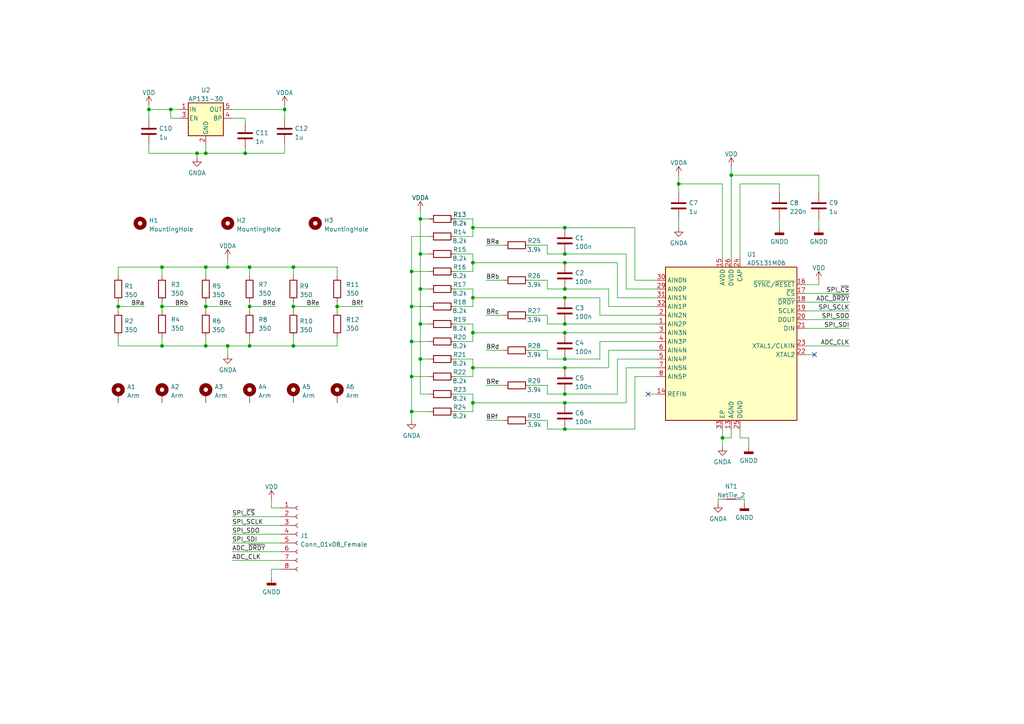
<source format=kicad_sch>
(kicad_sch (version 20211123) (generator eeschema)
  (paper "A4")
  (title_block (title "Haptick Prototype Base") (date "2023-01-13") (rev "1.1.0"))
  (lib_symbols
    (symbol "Connector:Conn_01x08_Female" (pin_names (offset 1.016) hide)
      (property "Reference" "J" (at 0 10.16 0))
      (property "Value" "Conn_01x08_Female" (at 0 -12.7 0))
      (symbol "Conn_01x08_Female_1_1"
        (arc (start 0 -9.652) (mid -0.508 -10.16) (end 0 -10.668) (stroke (width 0.1524)))
        (arc (start 0 -7.112) (mid -0.508 -7.62) (end 0 -8.128) (stroke (width 0.1524)))
        (arc (start 0 -4.572) (mid -0.508 -5.08) (end 0 -5.588) (stroke (width 0.1524)))
        (arc (start 0 -2.032) (mid -0.508 -2.54) (end 0 -3.048) (stroke (width 0.1524)))
        (polyline (pts (xy -1.27 -10.16) (xy -0.508 -10.16)) (stroke (width 0.1524)))
        (polyline (pts (xy -1.27 -7.62) (xy -0.508 -7.62)) (stroke (width 0.1524)))
        (polyline (pts (xy -1.27 -5.08) (xy -0.508 -5.08)) (stroke (width 0.1524)))
        (polyline (pts (xy -1.27 -2.54) (xy -0.508 -2.54)) (stroke (width 0.1524)))
        (polyline (pts (xy -1.27 0) (xy -0.508 0)) (stroke (width 0.1524)))
        (polyline (pts (xy -1.27 2.54) (xy -0.508 2.54)) (stroke (width 0.1524)))
        (polyline (pts (xy -1.27 5.08) (xy -0.508 5.08)) (stroke (width 0.1524)))
        (polyline (pts (xy -1.27 7.62) (xy -0.508 7.62)) (stroke (width 0.1524)))
        (arc (start 0 0.508) (mid -0.508 0) (end 0 -0.508) (stroke (width 0.1524)))
        (arc (start 0 3.048) (mid -0.508 2.54) (end 0 2.032) (stroke (width 0.1524)))
        (arc (start 0 5.588) (mid -0.508 5.08) (end 0 4.572) (stroke (width 0.1524)))
        (arc (start 0 8.128) (mid -0.508 7.62) (end 0 7.112) (stroke (width 0.1524)))
        (pin passive line (at -5.08 7.62 0) (length 3.81) (name "Pin_1") (number "1"))
        (pin passive line (at -5.08 5.08 0) (length 3.81) (name "Pin_2") (number "2"))
        (pin passive line (at -5.08 2.54 0) (length 3.81) (name "Pin_3") (number "3"))
        (pin passive line (at -5.08 0 0) (length 3.81) (name "Pin_4") (number "4"))
        (pin passive line (at -5.08 -2.54 0) (length 3.81) (name "Pin_5") (number "5"))
        (pin passive line (at -5.08 -5.08 0) (length 3.81) (name "Pin_6") (number "6"))
        (pin passive line (at -5.08 -7.62 0) (length 3.81) (name "Pin_7") (number "7"))
        (pin passive line (at -5.08 -10.16 0) (length 3.81) (name "Pin_8") (number "8"))
      )
    )
    (symbol "Device:C" (pin_numbers hide) (pin_names (offset 0.254))
      (property "Reference" "C" (at 0.635 2.54 0))
      (property "Value" "C" (at 0.635 -2.54 0))
      (symbol "C_0_1"
        (polyline (pts (xy -2.032 -0.762) (xy 2.032 -0.762)) (stroke (width 0.508)))
        (polyline (pts (xy -2.032 0.762) (xy 2.032 0.762)) (stroke (width 0.508)))
      )
      (symbol "C_1_1"
        (pin passive line (at 0 3.81 270) (length 2.794) (name "~") (number "1"))
        (pin passive line (at 0 -3.81 90) (length 2.794) (name "~") (number "2"))
      )
    )
    (symbol "Device:NetTie_2" (pin_numbers hide) (pin_names (offset 0) hide)
      (property "Reference" "NT" (at 0 1.27 0))
      (property "Value" "NetTie_2" (at 0 -1.27 0))
      (symbol "NetTie_2_0_1"
        (polyline (pts (xy -1.27 0) (xy 1.27 0)) (stroke (width 0.254)))
      )
      (symbol "NetTie_2_1_1"
        (pin passive line (at -2.54 0 0) (length 2.54) (name "1") (number "1"))
        (pin passive line (at 2.54 0 180) (length 2.54) (name "2") (number "2"))
      )
    )
    (symbol "Device:R" (pin_numbers hide) (pin_names (offset 0))
      (property "Reference" "R" (at 2.032 0 90))
      (property "Value" "R" (at 0 0 90))
      (symbol "R_0_1"
        (rectangle (start -1.016 -2.54) (end 1.016 2.54) (stroke (width 0.254)))
      )
      (symbol "R_1_1"
        (pin passive line (at 0 3.81 270) (length 1.27) (name "~") (number "1"))
        (pin passive line (at 0 -3.81 90) (length 1.27) (name "~") (number "2"))
      )
    )
    (symbol "Mechanical:MountingHole" (pin_names (offset 1.016))
      (property "Reference" "H" (at 0 5.08 0))
      (property "Value" "MountingHole" (at 0 3.175 0))
      (symbol "MountingHole_0_1"
        (circle (center 0 0) (radius 1.27) (stroke (width 1.27)))
      )
    )
    (symbol "Mechanical:MountingHole_Pad" (pin_numbers hide) (pin_names (offset 1.016) hide)
      (property "Reference" "H" (at 0 6.35 0))
      (property "Value" "MountingHole_Pad" (at 0 4.445 0))
      (symbol "MountingHole_Pad_0_1"
        (circle (center 0 1.27) (radius 1.27) (stroke (width 1.27)))
      )
      (symbol "MountingHole_Pad_1_1"
        (pin input line (at 0 -2.54 90) (length 2.54) (name "1") (number "1"))
      )
    )
    (symbol "Regulator_Linear:AP131-30" (pin_names (offset 0.254))
      (property "Reference" "U" (at -3.81 5.715 0))
      (property "Value" "AP131-30" (at 0 5.715 0))
      (symbol "AP131-30_0_1"
        (rectangle (start -5.08 4.445) (end 5.08 -5.08) (stroke (width 0.254)) (fill (type background)))
      )
      (symbol "AP131-30_1_1"
        (pin power_in line (at -7.62 2.54 0) (length 2.54) (name "IN") (number "1"))
        (pin power_in line (at 0 -7.62 90) (length 2.54) (name "GND") (number "2"))
        (pin input line (at -7.62 0 0) (length 2.54) (name "EN") (number "3"))
        (pin input line (at 7.62 0 180) (length 2.54) (name "BP") (number "4"))
        (pin power_out line (at 7.62 2.54 180) (length 2.54) (name "OUT") (number "5"))
      )
    )
    (symbol "power:GNDA" (power) (pin_names (offset 0))
      (property "Value" "GNDA" (at 0 -3.81 0))
      (symbol "GNDA_0_1"
        (polyline (pts (xy 0 0) (xy 0 -1.27) (xy 1.27 -1.27) (xy 0 -2.54) (xy -1.27 -1.27) (xy 0 -1.27)))
      )
      (symbol "GNDA_1_1"
        (pin power_in line (at 0 0 270) (length 0) hide (name "GNDA") (number "1"))
      )
    )
    (symbol "power:GNDD" (power) (pin_names (offset 0))
      (property "Value" "GNDD" (at 0 -3.175 0))
      (symbol "GNDD_0_1"
        (rectangle (start -1.27 -1.524) (end 1.27 -2.032) (stroke (width 0.254)) (fill (type outline)))
        (polyline (pts (xy 0 0) (xy 0 -1.524)))
      )
      (symbol "GNDD_1_1"
        (pin power_in line (at 0 0 270) (length 0) hide (name "GNDD") (number "1"))
      )
    )
    (symbol "power:VDD" (power) (pin_names (offset 0))
      (property "Value" "VDD" (at 0 3.81 0))
      (symbol "VDD_0_1"
        (polyline (pts (xy -0.762 1.27) (xy 0 2.54)))
        (polyline (pts (xy 0 0) (xy 0 2.54)))
        (polyline (pts (xy 0 2.54) (xy 0.762 1.27)))
      )
      (symbol "VDD_1_1"
        (pin power_in line (at 0 0 90) (length 0) hide (name "VDD") (number "1"))
      )
    )
    (symbol "power:VDDA" (power) (pin_names (offset 0))
      (property "Value" "VDDA" (at 0 3.81 0))
      (symbol "VDDA_0_1"
        (polyline (pts (xy -0.762 1.27) (xy 0 2.54)))
        (polyline (pts (xy 0 0) (xy 0 2.54)))
        (polyline (pts (xy 0 2.54) (xy 0.762 1.27)))
      )
      (symbol "VDDA_1_1"
        (pin power_in line (at 0 0 90) (length 0) hide (name "VDDA") (number "1"))
      )
    )
    (symbol "proto:ADS131M06"
      (property "Reference" "U?" (at 0 8.89 0))
      (property "Value" "ADS131M06" (at 0 6.35 0))
      (symbol "ADS131M06_0_1"
        (rectangle (start -19.05 21.59) (end 19.05 -22.86) (stroke (width 0.254)) (fill (type background)))
      )
      (symbol "ADS131M06_1_1"
        (pin input line (at -21.59 5.08 0) (length 2.54) (name "AIN2P") (number "1"))
        (pin no_connect line (at 21.59 -11.43 180) (length 2.54) hide (name "NC") (number "10"))
        (pin no_connect line (at 21.59 -13.97 180) (length 2.54) hide (name "NC") (number "11"))
        (pin no_connect line (at 21.59 -16.51 180) (length 2.54) hide (name "NC") (number "12"))
        (pin power_in line (at 0 -25.4 90) (length 2.54) (name "AGND") (number "13"))
        (pin input line (at -21.59 -15.24 0) (length 2.54) (name "REFIN") (number "14"))
        (pin power_in line (at -2.54 24.13 270) (length 2.54) (name "AVDD") (number "15"))
        (pin input line (at 21.59 16.51 180) (length 2.54) (name "~{SYNC}/~{RESET}") (number "16"))
        (pin input line (at 21.59 13.97 180) (length 2.54) (name "~{CS}") (number "17"))
        (pin input line (at 21.59 11.43 180) (length 2.54) (name "~{DRDY}") (number "18"))
        (pin input line (at 21.59 8.89 180) (length 2.54) (name "SCLK") (number "19"))
        (pin input line (at -21.59 7.62 0) (length 2.54) (name "AIN2N") (number "2"))
        (pin output line (at 21.59 6.35 180) (length 2.54) (name "DOUT") (number "20"))
        (pin input line (at 21.59 3.81 180) (length 2.54) (name "DIN") (number "21"))
        (pin input line (at 21.59 -3.81 180) (length 2.54) (name "XTAL2") (number "22"))
        (pin input line (at 21.59 -1.27 180) (length 2.54) (name "XTAL1/CLKIN") (number "23"))
        (pin output line (at 2.54 24.13 270) (length 2.54) (name "CAP") (number "24"))
        (pin power_in line (at 2.54 -25.4 90) (length 2.54) (name "DGND") (number "25"))
        (pin power_in line (at 0 24.13 270) (length 2.54) (name "DVDD") (number "26"))
        (pin no_connect line (at 21.59 -19.05 180) (length 2.54) hide (name "NC") (number "27"))
        (pin passive line (at 0 -25.4 90) (length 2.54) hide (name "AGND") (number "28"))
        (pin input line (at -21.59 15.24 0) (length 2.54) (name "AIN0P") (number "29"))
        (pin input line (at -21.59 2.54 0) (length 2.54) (name "AIN3N") (number "3"))
        (pin input line (at -21.59 17.78 0) (length 2.54) (name "AIN0N") (number "30"))
        (pin input line (at -21.59 12.7 0) (length 2.54) (name "AIN1N") (number "31"))
        (pin input line (at -21.59 10.16 0) (length 2.54) (name "AIN1P") (number "32"))
        (pin passive line (at -2.54 -25.4 90) (length 2.54) (name "EP") (number "33"))
        (pin input line (at -21.59 0 0) (length 2.54) (name "AIN3P") (number "4"))
        (pin input line (at -21.59 -5.08 0) (length 2.54) (name "AIN4P") (number "5"))
        (pin input line (at -21.59 -2.54 0) (length 2.54) (name "AIN4N") (number "6"))
        (pin input line (at -21.59 -7.62 0) (length 2.54) (name "AIN5N") (number "7"))
        (pin input line (at -21.59 -10.16 0) (length 2.54) (name "AIN5P") (number "8"))
        (pin no_connect line (at 21.59 -8.89 180) (length 2.54) hide (name "NC") (number "9"))
      )
    )
  )
  (junction (at 196.85 53.34))
  (junction (at 119.38 109.22))
  (junction (at 163.83 96.52))
  (junction (at 119.38 99.06))
  (junction (at 137.16 76.2))
  (junction (at 137.16 96.52))
  (junction (at 163.83 76.2))
  (junction (at 59.69 77.47))
  (junction (at 163.83 83.82))
  (junction (at 163.83 114.3))
  (junction (at 121.92 93.98))
  (junction (at 46.99 77.47))
  (junction (at 46.99 100.33))
  (junction (at 163.83 106.68))
  (junction (at 85.09 100.33))
  (junction (at 163.83 116.84))
  (junction (at 59.69 100.33))
  (junction (at 71.12 44.45))
  (junction (at 137.16 116.84))
  (junction (at 49.53 31.75))
  (junction (at 121.92 63.5))
  (junction (at 209.55 127))
  (junction (at 119.38 88.9))
  (junction (at 137.16 106.68))
  (junction (at 72.39 77.47))
  (junction (at 97.79 88.9))
  (junction (at 121.92 83.82))
  (junction (at 137.16 66.04))
  (junction (at 163.83 93.98))
  (junction (at 66.04 77.47))
  (junction (at 119.38 119.38))
  (junction (at 43.18 31.75))
  (junction (at 85.09 88.9))
  (junction (at 46.99 88.9))
  (junction (at 163.83 73.66))
  (junction (at 59.69 88.9))
  (junction (at 119.38 78.74))
  (junction (at 212.09 50.8))
  (junction (at 34.29 88.9))
  (junction (at 85.09 77.47))
  (junction (at 163.83 66.04))
  (junction (at 121.92 104.14))
  (junction (at 57.15 44.45))
  (junction (at 137.16 86.36))
  (junction (at 163.83 86.36))
  (junction (at 163.83 124.46))
  (junction (at 72.39 88.9))
  (junction (at 82.55 31.75))
  (junction (at 72.39 100.33))
  (junction (at 121.92 73.66))
  (junction (at 59.69 44.45))
  (junction (at 163.83 104.14))
  (junction (at 66.04 100.33))
  (no_connect (at 187.96 114.3))
  (no_connect (at 236.22 102.87))
  (wire (pts (xy 173.99 86.36) (xy 163.83 86.36)))
  (wire (pts (xy 209.55 53.34) (xy 196.85 53.34)))
  (wire (pts (xy 46.99 77.47) (xy 46.99 80.01)))
  (wire (pts (xy 119.38 99.06) (xy 124.46 99.06)))
  (wire (pts (xy 153.67 71.12) (xy 158.75 71.12)))
  (wire (pts (xy 43.18 44.45) (xy 57.15 44.45)))
  (wire (pts (xy 119.38 119.38) (xy 124.46 119.38)))
  (wire (pts (xy 214.63 74.93) (xy 214.63 53.34)))
  (wire (pts (xy 140.97 81.28) (xy 146.05 81.28)))
  (wire (pts (xy 190.5 81.28) (xy 184.15 81.28)))
  (wire (pts (xy 179.07 76.2) (xy 163.83 76.2)))
  (wire (pts (xy 121.92 83.82) (xy 124.46 83.82)))
  (wire (pts (xy 82.55 30.48) (xy 82.55 31.75)))
  (wire (pts (xy 158.75 101.6) (xy 158.75 104.14)))
  (wire (pts (xy 190.5 91.44) (xy 173.99 91.44)))
  (wire (pts (xy 78.74 165.1) (xy 78.74 167.64)))
  (wire (pts (xy 132.08 73.66) (xy 137.16 73.66)))
  (wire (pts (xy 132.08 104.14) (xy 137.16 104.14)))
  (wire (pts (xy 233.68 100.33) (xy 246.38 100.33)))
  (wire (pts (xy 72.39 97.79) (xy 72.39 100.33)))
  (wire (pts (xy 233.68 90.17) (xy 246.38 90.17)))
  (wire (pts (xy 119.38 119.38) (xy 119.38 109.22)))
  (wire (pts (xy 67.31 149.86) (xy 81.28 149.86)))
  (wire (pts (xy 137.16 63.5) (xy 137.16 66.04)))
  (wire (pts (xy 137.16 96.52) (xy 163.83 96.52)))
  (wire (pts (xy 233.68 82.55) (xy 237.49 82.55)))
  (wire (pts (xy 71.12 34.29) (xy 71.12 35.56)))
  (wire (pts (xy 46.99 88.9) (xy 46.99 90.17)))
  (wire (pts (xy 158.75 111.76) (xy 158.75 114.3)))
  (wire (pts (xy 46.99 77.47) (xy 59.69 77.47)))
  (wire (pts (xy 158.75 83.82) (xy 163.83 83.82)))
  (wire (pts (xy 158.75 81.28) (xy 158.75 83.82)))
  (wire (pts (xy 34.29 97.79) (xy 34.29 100.33)))
  (wire (pts (xy 137.16 78.74) (xy 137.16 76.2)))
  (wire (pts (xy 66.04 77.47) (xy 72.39 77.47)))
  (wire (pts (xy 119.38 121.92) (xy 119.38 119.38)))
  (wire (pts (xy 190.5 104.14) (xy 179.07 104.14)))
  (wire (pts (xy 132.08 68.58) (xy 137.16 68.58)))
  (wire (pts (xy 67.31 157.48) (xy 81.28 157.48)))
  (wire (pts (xy 59.69 97.79) (xy 59.69 100.33)))
  (wire (pts (xy 137.16 119.38) (xy 137.16 116.84)))
  (wire (pts (xy 121.92 63.5) (xy 121.92 73.66)))
  (wire (pts (xy 140.97 121.92) (xy 146.05 121.92)))
  (wire (pts (xy 85.09 88.9) (xy 92.71 88.9)))
  (wire (pts (xy 119.38 99.06) (xy 119.38 88.9)))
  (wire (pts (xy 153.67 121.92) (xy 158.75 121.92)))
  (wire (pts (xy 34.29 87.63) (xy 34.29 88.9)))
  (wire (pts (xy 121.92 73.66) (xy 121.92 83.82)))
  (wire (pts (xy 181.61 83.82) (xy 190.5 83.82)))
  (wire (pts (xy 158.75 73.66) (xy 163.83 73.66)))
  (wire (pts (xy 82.55 41.91) (xy 82.55 44.45)))
  (wire (pts (xy 181.61 116.84) (xy 181.61 106.68)))
  (wire (pts (xy 163.83 104.14) (xy 173.99 104.14)))
  (wire (pts (xy 78.74 147.32) (xy 81.28 147.32)))
  (wire (pts (xy 72.39 88.9) (xy 72.39 90.17)))
  (wire (pts (xy 163.83 83.82) (xy 176.53 83.82)))
  (wire (pts (xy 71.12 43.18) (xy 71.12 44.45)))
  (wire (pts (xy 158.75 121.92) (xy 158.75 124.46)))
  (wire (pts (xy 67.31 152.4) (xy 81.28 152.4)))
  (wire (pts (xy 215.9 144.78) (xy 215.9 146.05)))
  (wire (pts (xy 34.29 88.9) (xy 34.29 90.17)))
  (wire (pts (xy 137.16 66.04) (xy 163.83 66.04)))
  (wire (pts (xy 226.06 53.34) (xy 226.06 55.88)))
  (wire (pts (xy 137.16 116.84) (xy 163.83 116.84)))
  (wire (pts (xy 190.5 86.36) (xy 179.07 86.36)))
  (wire (pts (xy 184.15 66.04) (xy 163.83 66.04)))
  (wire (pts (xy 137.16 73.66) (xy 137.16 76.2)))
  (wire (pts (xy 137.16 76.2) (xy 163.83 76.2)))
  (wire (pts (xy 208.28 144.78) (xy 209.55 144.78)))
  (wire (pts (xy 209.55 127) (xy 212.09 127)))
  (wire (pts (xy 46.99 97.79) (xy 46.99 100.33)))
  (wire (pts (xy 59.69 77.47) (xy 59.69 80.01)))
  (wire (pts (xy 140.97 101.6) (xy 146.05 101.6)))
  (wire (pts (xy 158.75 114.3) (xy 163.83 114.3)))
  (wire (pts (xy 153.67 91.44) (xy 158.75 91.44)))
  (wire (pts (xy 46.99 88.9) (xy 54.61 88.9)))
  (wire (pts (xy 158.75 104.14) (xy 163.83 104.14)))
  (wire (pts (xy 179.07 104.14) (xy 179.07 114.3)))
  (wire (pts (xy 176.53 101.6) (xy 190.5 101.6)))
  (wire (pts (xy 119.38 88.9) (xy 124.46 88.9)))
  (wire (pts (xy 208.28 146.05) (xy 208.28 144.78)))
  (wire (pts (xy 119.38 78.74) (xy 124.46 78.74)))
  (wire (pts (xy 121.92 63.5) (xy 124.46 63.5)))
  (wire (pts (xy 85.09 100.33) (xy 97.79 100.33)))
  (wire (pts (xy 137.16 99.06) (xy 137.16 96.52)))
  (wire (pts (xy 72.39 87.63) (xy 72.39 88.9)))
  (wire (pts (xy 97.79 88.9) (xy 97.79 90.17)))
  (wire (pts (xy 179.07 114.3) (xy 163.83 114.3)))
  (wire (pts (xy 132.08 109.22) (xy 137.16 109.22)))
  (wire (pts (xy 59.69 77.47) (xy 66.04 77.47)))
  (wire (pts (xy 119.38 109.22) (xy 119.38 99.06)))
  (wire (pts (xy 137.16 68.58) (xy 137.16 66.04)))
  (wire (pts (xy 190.5 109.22) (xy 184.15 109.22)))
  (wire (pts (xy 49.53 34.29) (xy 49.53 31.75)))
  (wire (pts (xy 196.85 63.5) (xy 196.85 66.04)))
  (wire (pts (xy 43.18 30.48) (xy 43.18 31.75)))
  (wire (pts (xy 119.38 88.9) (xy 119.38 78.74)))
  (wire (pts (xy 119.38 78.74) (xy 119.38 68.58)))
  (wire (pts (xy 46.99 87.63) (xy 46.99 88.9)))
  (wire (pts (xy 59.69 87.63) (xy 59.69 88.9)))
  (wire (pts (xy 137.16 86.36) (xy 163.83 86.36)))
  (wire (pts (xy 132.08 83.82) (xy 137.16 83.82)))
  (wire (pts (xy 137.16 109.22) (xy 137.16 106.68)))
  (wire (pts (xy 137.16 114.3) (xy 137.16 116.84)))
  (wire (pts (xy 140.97 91.44) (xy 146.05 91.44)))
  (wire (pts (xy 121.92 104.14) (xy 124.46 104.14)))
  (wire (pts (xy 85.09 88.9) (xy 85.09 90.17)))
  (wire (pts (xy 121.92 93.98) (xy 121.92 104.14)))
  (wire (pts (xy 34.29 88.9) (xy 41.91 88.9)))
  (wire (pts (xy 132.08 78.74) (xy 137.16 78.74)))
  (wire (pts (xy 214.63 53.34) (xy 226.06 53.34)))
  (wire (pts (xy 34.29 100.33) (xy 46.99 100.33)))
  (wire (pts (xy 132.08 93.98) (xy 137.16 93.98)))
  (wire (pts (xy 52.07 31.75) (xy 49.53 31.75)))
  (wire (pts (xy 67.31 162.56) (xy 81.28 162.56)))
  (wire (pts (xy 233.68 87.63) (xy 246.38 87.63)))
  (wire (pts (xy 233.68 102.87) (xy 236.22 102.87)))
  (wire (pts (xy 121.92 73.66) (xy 124.46 73.66)))
  (wire (pts (xy 214.63 127) (xy 217.17 127)))
  (wire (pts (xy 233.68 95.25) (xy 246.38 95.25)))
  (wire (pts (xy 140.97 71.12) (xy 146.05 71.12)))
  (wire (pts (xy 97.79 88.9) (xy 105.41 88.9)))
  (wire (pts (xy 85.09 87.63) (xy 85.09 88.9)))
  (wire (pts (xy 85.09 77.47) (xy 85.09 80.01)))
  (wire (pts (xy 212.09 50.8) (xy 237.49 50.8)))
  (wire (pts (xy 81.28 165.1) (xy 78.74 165.1)))
  (wire (pts (xy 212.09 124.46) (xy 212.09 127)))
  (wire (pts (xy 67.31 34.29) (xy 71.12 34.29)))
  (wire (pts (xy 153.67 101.6) (xy 158.75 101.6)))
  (wire (pts (xy 212.09 48.26) (xy 212.09 50.8)))
  (wire (pts (xy 57.15 44.45) (xy 57.15 45.72)))
  (wire (pts (xy 209.55 129.54) (xy 209.55 127)))
  (wire (pts (xy 85.09 97.79) (xy 85.09 100.33)))
  (wire (pts (xy 46.99 100.33) (xy 59.69 100.33)))
  (wire (pts (xy 72.39 77.47) (xy 85.09 77.47)))
  (wire (pts (xy 121.92 114.3) (xy 124.46 114.3)))
  (wire (pts (xy 158.75 124.46) (xy 163.83 124.46)))
  (wire (pts (xy 121.92 60.96) (xy 121.92 63.5)))
  (wire (pts (xy 158.75 91.44) (xy 158.75 93.98)))
  (wire (pts (xy 158.75 71.12) (xy 158.75 73.66)))
  (wire (pts (xy 237.49 50.8) (xy 237.49 55.88)))
  (wire (pts (xy 67.31 160.02) (xy 81.28 160.02)))
  (wire (pts (xy 85.09 77.47) (xy 97.79 77.47)))
  (wire (pts (xy 187.96 114.3) (xy 190.5 114.3)))
  (wire (pts (xy 71.12 44.45) (xy 82.55 44.45)))
  (wire (pts (xy 66.04 100.33) (xy 66.04 102.87)))
  (wire (pts (xy 72.39 88.9) (xy 80.01 88.9)))
  (wire (pts (xy 119.38 68.58) (xy 124.46 68.58)))
  (wire (pts (xy 184.15 124.46) (xy 163.83 124.46)))
  (wire (pts (xy 121.92 104.14) (xy 121.92 114.3)))
  (wire (pts (xy 59.69 88.9) (xy 59.69 90.17)))
  (wire (pts (xy 237.49 82.55) (xy 237.49 81.28)))
  (wire (pts (xy 179.07 86.36) (xy 179.07 76.2)))
  (wire (pts (xy 163.83 93.98) (xy 190.5 93.98)))
  (wire (pts (xy 153.67 111.76) (xy 158.75 111.76)))
  (wire (pts (xy 57.15 44.45) (xy 59.69 44.45)))
  (wire (pts (xy 43.18 31.75) (xy 43.18 34.29)))
  (wire (pts (xy 132.08 63.5) (xy 137.16 63.5)))
  (wire (pts (xy 59.69 100.33) (xy 66.04 100.33)))
  (wire (pts (xy 82.55 31.75) (xy 82.55 34.29)))
  (wire (pts (xy 97.79 100.33) (xy 97.79 97.79)))
  (wire (pts (xy 78.74 144.78) (xy 78.74 147.32)))
  (wire (pts (xy 121.92 83.82) (xy 121.92 93.98)))
  (wire (pts (xy 137.16 83.82) (xy 137.16 86.36)))
  (wire (pts (xy 163.83 73.66) (xy 181.61 73.66)))
  (wire (pts (xy 66.04 74.93) (xy 66.04 77.47)))
  (wire (pts (xy 184.15 81.28) (xy 184.15 66.04)))
  (wire (pts (xy 217.17 127) (xy 217.17 129.54)))
  (wire (pts (xy 190.5 99.06) (xy 173.99 99.06)))
  (wire (pts (xy 137.16 104.14) (xy 137.16 106.68)))
  (wire (pts (xy 97.79 77.47) (xy 97.79 80.01)))
  (wire (pts (xy 67.31 154.94) (xy 81.28 154.94)))
  (wire (pts (xy 163.83 116.84) (xy 181.61 116.84)))
  (wire (pts (xy 184.15 109.22) (xy 184.15 124.46)))
  (wire (pts (xy 66.04 100.33) (xy 72.39 100.33)))
  (wire (pts (xy 163.83 96.52) (xy 190.5 96.52)))
  (wire (pts (xy 132.08 119.38) (xy 137.16 119.38)))
  (wire (pts (xy 214.63 144.78) (xy 215.9 144.78)))
  (wire (pts (xy 137.16 88.9) (xy 137.16 86.36)))
  (wire (pts (xy 52.07 34.29) (xy 49.53 34.29)))
  (wire (pts (xy 196.85 53.34) (xy 196.85 55.88)))
  (wire (pts (xy 237.49 63.5) (xy 237.49 66.04)))
  (wire (pts (xy 158.75 93.98) (xy 163.83 93.98)))
  (wire (pts (xy 176.53 88.9) (xy 190.5 88.9)))
  (wire (pts (xy 173.99 91.44) (xy 173.99 86.36)))
  (wire (pts (xy 34.29 77.47) (xy 46.99 77.47)))
  (wire (pts (xy 153.67 81.28) (xy 158.75 81.28)))
  (wire (pts (xy 97.79 87.63) (xy 97.79 88.9)))
  (wire (pts (xy 176.53 106.68) (xy 176.53 101.6)))
  (wire (pts (xy 49.53 31.75) (xy 43.18 31.75)))
  (wire (pts (xy 181.61 73.66) (xy 181.61 83.82)))
  (wire (pts (xy 67.31 31.75) (xy 82.55 31.75)))
  (wire (pts (xy 176.53 83.82) (xy 176.53 88.9)))
  (wire (pts (xy 173.99 99.06) (xy 173.99 104.14)))
  (wire (pts (xy 209.55 74.93) (xy 209.55 53.34)))
  (wire (pts (xy 43.18 41.91) (xy 43.18 44.45)))
  (wire (pts (xy 137.16 106.68) (xy 163.83 106.68)))
  (wire (pts (xy 137.16 93.98) (xy 137.16 96.52)))
  (wire (pts (xy 196.85 50.8) (xy 196.85 53.34)))
  (wire (pts (xy 233.68 85.09) (xy 246.38 85.09)))
  (wire (pts (xy 59.69 88.9) (xy 67.31 88.9)))
  (wire (pts (xy 34.29 80.01) (xy 34.29 77.47)))
  (wire (pts (xy 121.92 93.98) (xy 124.46 93.98)))
  (wire (pts (xy 59.69 41.91) (xy 59.69 44.45)))
  (wire (pts (xy 59.69 44.45) (xy 71.12 44.45)))
  (wire (pts (xy 226.06 63.5) (xy 226.06 66.04)))
  (wire (pts (xy 72.39 77.47) (xy 72.39 80.01)))
  (wire (pts (xy 119.38 109.22) (xy 124.46 109.22)))
  (wire (pts (xy 72.39 100.33) (xy 85.09 100.33)))
  (wire (pts (xy 163.83 106.68) (xy 176.53 106.68)))
  (wire (pts (xy 140.97 111.76) (xy 146.05 111.76)))
  (wire (pts (xy 132.08 88.9) (xy 137.16 88.9)))
  (wire (pts (xy 181.61 106.68) (xy 190.5 106.68)))
  (wire (pts (xy 132.08 99.06) (xy 137.16 99.06)))
  (wire (pts (xy 214.63 124.46) (xy 214.63 127)))
  (wire (pts (xy 132.08 114.3) (xy 137.16 114.3)))
  (wire (pts (xy 212.09 74.93) (xy 212.09 50.8)))
  (wire (pts (xy 209.55 124.46) (xy 209.55 127)))
  (wire (pts (xy 233.68 92.71) (xy 246.38 92.71)))
  (label "BRf" (at 105.41 88.9 180))
  (label "BRc" (at 67.31 88.9 180))
  (label "BRa" (at 41.91 88.9 180))
  (label "ADC_CLK" (at 67.31 162.56 0))
  (label "SPI_SCLK" (at 67.31 152.4 0))
  (label "BRe" (at 140.97 111.76 0))
  (label "SPI_SDI" (at 246.38 95.25 180))
  (label "SPI_SCLK" (at 246.38 90.17 180))
  (label "SPI_SDO" (at 246.38 92.71 180))
  (label "ADC_CLK" (at 246.38 100.33 180))
  (label "BRd" (at 80.01 88.9 180))
  (label "BRa" (at 140.97 71.12 0))
  (label "SPI_SDI" (at 67.31 157.48 0))
  (label "SPI_~{CS}" (at 246.38 85.09 180))
  (label "BRc" (at 140.97 91.44 0))
  (label "SPI_~{CS}" (at 67.31 149.86 0))
  (label "SPI_SDO" (at 67.31 154.94 0))
  (label "BRb" (at 140.97 81.28 0))
  (label "ADC_~{DRDY}" (at 246.38 87.63 180))
  (label "BRd" (at 140.97 101.6 0))
  (label "BRb" (at 54.61 88.9 180))
  (label "BRe" (at 92.71 88.9 180))
  (label "BRf" (at 140.97 121.92 0))
  (label "ADC_~{DRDY}" (at 67.31 160.02 0))
  (symbol (lib_id "Device:R") (at 128.27 99.06 90) (unit 1)
    (property "Reference" "R20" (at 133.35 97.79 90))
    (property "Value" "8.2k" (at 133.35 100.33 90))
    (property "Footprint" "Resistor_SMD:R_0603_1608Metric_Pad0.98x0.95mm_HandSolder" (effects hide))
    (property "Manufacturer" "YAGEO" (effects hide))
    (property "Part Number" "RT0603DRD078K2L" (effects hide))
  )
  (symbol (lib_id "Mechanical:MountingHole") (at 66.04 64.77 0) (unit 1) (in_bom no)
    (property "Reference" "H2" (at 68.58 63.9353 0) (effects (justify left)))
    (property "Value" "MountingHole" (at 68.58 66.4722 0) (effects (justify left)))
    (property "Footprint" "MountingHole:MountingHole_3.2mm_M3" (effects hide))
  )
  (symbol (lib_id "Device:C") (at 82.55 38.1 0) (unit 1)
    (property "Reference" "C12" (at 85.471 37.2653 0) (effects (justify left)))
    (property "Value" "1u" (at 85.471 39.8022 0) (effects (justify left)))
    (property "Footprint" "Capacitor_SMD:C_0603_1608Metric_Pad1.08x0.95mm_HandSolder" (effects hide))
    (property "Manufacturer" "Samsung Electro-Mechanics" (effects hide))
    (property "Part Number" "CL10B105KA8NNNL" (effects hide))
  )
  (symbol (lib_id "power:GNDA") (at 119.38 121.92 0) (unit 1)
    (property "Reference" "#PWR02" (effects hide))
    (property "Value" "GNDA" (at 119.38 126.3634 0))
  )
  (symbol (lib_id "power:VDD") (at 78.74 144.78 0) (unit 1)
    (property "Reference" "#PWR012" (effects hide))
    (property "Value" "VDD" (at 78.74 141.2042 0))
  )
  (symbol (lib_id "power:GNDD") (at 226.06 66.04 0) (unit 1)
    (property "Reference" "#PWR0104" (effects hide))
    (property "Value" "GNDD" (at 226.06 70.1024 0))
  )
  (symbol (lib_id "power:GNDD") (at 217.17 129.54 0) (unit 1)
    (property "Reference" "#PWR0103" (effects hide))
    (property "Value" "GNDD" (at 217.17 133.6024 0))
  )
  (symbol (lib_id "power:GNDD") (at 78.74 167.64 0) (unit 1)
    (property "Reference" "#PWR013" (effects hide))
    (property "Value" "GNDD" (at 78.74 171.7024 0))
  )
  (symbol (lib_id "Device:R") (at 72.39 93.98 180) (unit 1)
    (property "Reference" "R8" (at 74.93 92.7099 0) (effects (justify right)))
    (property "Value" "350" (at 74.93 95.2499 0) (effects (justify right)))
    (property "Footprint" "proto:StrainGauge_BF350-3AA" (effects hide))
    (property "Part Number" "BF350-AA" (effects hide))
  )
  (symbol (lib_id "Mechanical:MountingHole_Pad") (at 72.39 114.3 0) (unit 1) (in_bom no)
    (property "Reference" "A4" (at 74.93 112.1953 0) (effects (justify left)))
    (property "Value" "Arm" (at 74.93 114.7322 0) (effects (justify left)))
    (property "Footprint" "proto:ArmPad" (effects hide))
  )
  (symbol (lib_id "Device:C") (at 163.83 69.85 0) (unit 1)
    (property "Reference" "C1" (at 166.751 69.0153 0) (effects (justify left)))
    (property "Value" "100n" (at 166.751 71.5522 0) (effects (justify left)))
    (property "Footprint" "Capacitor_SMD:C_0603_1608Metric_Pad1.08x0.95mm_HandSolder" (effects hide))
    (property "Manufacturer" "Samsung Electro-Mechanics" (effects hide))
    (property "Part Number" "CL10B104KB8WPNC" (effects hide))
  )
  (symbol (lib_id "power:GNDA") (at 196.85 66.04 0) (unit 1)
    (property "Reference" "#PWR0106" (effects hide))
    (property "Value" "GNDA" (at 196.85 70.4834 0))
  )
  (symbol (lib_id "power:GNDA") (at 66.04 102.87 0) (unit 1)
    (property "Reference" "#PWR01" (effects hide))
    (property "Value" "GNDA" (at 66.04 107.3134 0))
  )
  (symbol (lib_id "Device:R") (at 128.27 93.98 90) (unit 1)
    (property "Reference" "R19" (at 133.35 92.71 90))
    (property "Value" "8.2k" (at 133.35 95.25 90))
    (property "Footprint" "Resistor_SMD:R_0603_1608Metric_Pad0.98x0.95mm_HandSolder" (effects hide))
    (property "Manufacturer" "YAGEO" (effects hide))
    (property "Part Number" "RT0603DRD078K2L" (effects hide))
  )
  (symbol (lib_id "power:VDD") (at 237.49 81.28 0) (unit 1)
    (property "Reference" "#PWR014" (effects hide))
    (property "Value" "VDD" (at 237.49 77.7042 0))
  )
  (symbol (lib_id "Device:R") (at 128.27 114.3 90) (unit 1)
    (property "Reference" "R23" (at 133.35 113.03 90))
    (property "Value" "8.2k" (at 133.35 115.57 90))
    (property "Footprint" "Resistor_SMD:R_0603_1608Metric_Pad0.98x0.95mm_HandSolder" (effects hide))
    (property "Manufacturer" "YAGEO" (effects hide))
    (property "Part Number" "RT0603DRD078K2L" (effects hide))
  )
  (symbol (lib_id "Device:R") (at 128.27 73.66 90) (unit 1)
    (property "Reference" "R15" (at 133.35 72.39 90))
    (property "Value" "8.2k" (at 133.35 74.93 90))
    (property "Footprint" "Resistor_SMD:R_0603_1608Metric_Pad0.98x0.95mm_HandSolder" (effects hide))
    (property "Manufacturer" "YAGEO" (effects hide))
    (property "Part Number" "RT0603DRD078K2L" (effects hide))
  )
  (symbol (lib_id "Device:C") (at 226.06 59.69 0) (unit 1)
    (property "Reference" "C8" (at 228.981 58.8553 0) (effects (justify left)))
    (property "Value" "220n" (at 228.981 61.3922 0) (effects (justify left)))
    (property "Footprint" "Capacitor_SMD:C_0603_1608Metric_Pad1.08x0.95mm_HandSolder" (effects hide))
    (property "Manufacturer" "Samsung Electro-Mechanics" (effects hide))
    (property "Part Number" "CL10B224KO8NFNC" (effects hide))
  )
  (symbol (lib_id "Device:R") (at 59.69 83.82 0) (unit 1)
    (property "Reference" "R5" (at 61.468 82.9853 0) (effects (justify left)))
    (property "Value" "350" (at 61.468 85.5222 0) (effects (justify left)))
    (property "Footprint" "proto:StrainGauge_BF350-3AA" (effects hide))
    (property "Part Number" "BF350-AA" (effects hide))
  )
  (symbol (lib_id "Device:C") (at 163.83 120.65 0) (unit 1)
    (property "Reference" "C6" (at 166.751 119.8153 0) (effects (justify left)))
    (property "Value" "100n" (at 166.751 122.3522 0) (effects (justify left)))
    (property "Footprint" "Capacitor_SMD:C_0603_1608Metric_Pad1.08x0.95mm_HandSolder" (effects hide))
    (property "Manufacturer" "Samsung Electro-Mechanics" (effects hide))
    (property "Part Number" "CL10B104KB8WPNC" (effects hide))
  )
  (symbol (lib_id "Device:R") (at 59.69 93.98 0) (unit 1)
    (property "Reference" "R6" (at 61.468 93.1453 0) (effects (justify left)))
    (property "Value" "350" (at 61.468 95.6822 0) (effects (justify left)))
    (property "Footprint" "proto:StrainGauge_BF350-3AA" (effects hide))
    (property "Part Number" "BF350-AA" (effects hide))
  )
  (symbol (lib_id "Device:C") (at 196.85 59.69 0) (unit 1)
    (property "Reference" "C7" (at 199.771 58.8553 0) (effects (justify left)))
    (property "Value" "1u" (at 199.771 61.3922 0) (effects (justify left)))
    (property "Footprint" "Capacitor_SMD:C_0603_1608Metric_Pad1.08x0.95mm_HandSolder" (effects hide))
    (property "Manufacturer" "Samsung Electro-Mechanics" (effects hide))
    (property "Part Number" "CL10B105KA8NNNL" (effects hide))
  )
  (symbol (lib_id "power:VDD") (at 212.09 48.26 0) (unit 1)
    (property "Reference" "#PWR0107" (effects hide))
    (property "Value" "VDD" (at 212.09 44.6842 0))
  )
  (symbol (lib_id "power:GNDD") (at 215.9 146.05 0) (unit 1)
    (property "Reference" "#PWR09" (effects hide))
    (property "Value" "GNDD" (at 215.9 150.1124 0))
  )
  (symbol (lib_id "Device:R") (at 34.29 83.82 0) (unit 1)
    (property "Reference" "R1" (at 36.068 82.9853 0) (effects (justify left)))
    (property "Value" "350" (at 36.068 85.5222 0) (effects (justify left)))
    (property "Footprint" "proto:StrainGauge_BF350-3AA" (effects hide))
    (property "Part Number" "BF350-AA" (effects hide))
  )
  (symbol (lib_id "Mechanical:MountingHole_Pad") (at 59.69 114.3 0) (unit 1) (in_bom no)
    (property "Reference" "A3" (at 62.23 112.1953 0) (effects (justify left)))
    (property "Value" "Arm" (at 62.23 114.7322 0) (effects (justify left)))
    (property "Footprint" "proto:ArmPad" (effects hide))
  )
  (symbol (lib_id "Device:R") (at 128.27 78.74 90) (unit 1)
    (property "Reference" "R16" (at 133.35 77.47 90))
    (property "Value" "8.2k" (at 133.35 80.01 90))
    (property "Footprint" "Resistor_SMD:R_0603_1608Metric_Pad0.98x0.95mm_HandSolder" (effects hide))
    (property "Manufacturer" "YAGEO" (effects hide))
    (property "Part Number" "RT0603DRD078K2L" (effects hide))
  )
  (symbol (lib_id "Device:R") (at 85.09 83.82 0) (unit 1)
    (property "Reference" "R9" (at 86.868 82.9853 0) (effects (justify left)))
    (property "Value" "350" (at 86.868 85.5222 0) (effects (justify left)))
    (property "Footprint" "proto:StrainGauge_BF350-3AA" (effects hide))
    (property "Part Number" "BF350-AA" (effects hide))
  )
  (symbol (lib_id "Mechanical:MountingHole_Pad") (at 46.99 114.3 0) (unit 1) (in_bom no)
    (property "Reference" "A2" (at 49.53 112.1953 0) (effects (justify left)))
    (property "Value" "Arm" (at 49.53 114.7322 0) (effects (justify left)))
    (property "Footprint" "proto:ArmPad" (effects hide))
  )
  (symbol (lib_id "Device:R") (at 149.86 121.92 90) (unit 1)
    (property "Reference" "R30" (at 154.94 120.65 90))
    (property "Value" "3.9k" (at 154.94 123.19 90))
    (property "Footprint" "Resistor_SMD:R_0603_1608Metric_Pad0.98x0.95mm_HandSolder" (effects hide))
    (property "Manufacturer" "YAGEO" (effects hide))
    (property "Part Number" "RT0603DRD073K9L" (effects hide))
  )
  (symbol (lib_id "Device:C") (at 237.49 59.69 0) (unit 1)
    (property "Reference" "C9" (at 240.411 58.8553 0) (effects (justify left)))
    (property "Value" "1u" (at 240.411 61.3922 0) (effects (justify left)))
    (property "Footprint" "Capacitor_SMD:C_0603_1608Metric_Pad1.08x0.95mm_HandSolder" (effects hide))
    (property "Manufacturer" "Samsung Electro-Mechanics" (effects hide))
    (property "Part Number" "CL10B105KA8NNNL" (effects hide))
  )
  (symbol (lib_id "Device:R") (at 34.29 93.98 0) (unit 1)
    (property "Reference" "R2" (at 36.068 93.1453 0) (effects (justify left)))
    (property "Value" "350" (at 36.068 95.6822 0) (effects (justify left)))
    (property "Footprint" "proto:StrainGauge_BF350-3AA" (effects hide))
    (property "Part Number" "BF350-AA" (effects hide))
  )
  (symbol (lib_id "Device:R") (at 128.27 88.9 90) (unit 1)
    (property "Reference" "R18" (at 133.35 87.63 90))
    (property "Value" "8.2k" (at 133.35 90.17 90))
    (property "Footprint" "Resistor_SMD:R_0603_1608Metric_Pad0.98x0.95mm_HandSolder" (effects hide))
    (property "Manufacturer" "YAGEO" (effects hide))
    (property "Part Number" "RT0603DRD078K2L" (effects hide))
  )
  (symbol (lib_id "Device:R") (at 128.27 109.22 90) (unit 1)
    (property "Reference" "R22" (at 133.35 107.95 90))
    (property "Value" "8.2k" (at 133.35 110.49 90))
    (property "Footprint" "Resistor_SMD:R_0603_1608Metric_Pad0.98x0.95mm_HandSolder" (effects hide))
    (property "Manufacturer" "YAGEO" (effects hide))
    (property "Part Number" "RT0603DRD078K2L" (effects hide))
  )
  (symbol (lib_id "Device:C") (at 163.83 100.33 0) (unit 1)
    (property "Reference" "C4" (at 166.751 99.4953 0) (effects (justify left)))
    (property "Value" "100n" (at 166.751 102.0322 0) (effects (justify left)))
    (property "Footprint" "Capacitor_SMD:C_0603_1608Metric_Pad1.08x0.95mm_HandSolder" (effects hide))
    (property "Manufacturer" "Samsung Electro-Mechanics" (effects hide))
    (property "Part Number" "CL10B104KB8WPNC" (effects hide))
  )
  (symbol (lib_id "Device:C") (at 163.83 80.01 0) (unit 1)
    (property "Reference" "C2" (at 166.751 79.1753 0) (effects (justify left)))
    (property "Value" "100n" (at 166.751 81.7122 0) (effects (justify left)))
    (property "Footprint" "Capacitor_SMD:C_0603_1608Metric_Pad1.08x0.95mm_HandSolder" (effects hide))
    (property "Manufacturer" "Samsung Electro-Mechanics" (effects hide))
    (property "Part Number" "CL10B104KB8WPNC" (effects hide))
  )
  (symbol (lib_id "power:GNDD") (at 237.49 66.04 0) (unit 1)
    (property "Reference" "#PWR0105" (effects hide))
    (property "Value" "GNDD" (at 237.49 70.1024 0))
  )
  (symbol (lib_id "Device:C") (at 71.12 39.37 0) (unit 1)
    (property "Reference" "C11" (at 74.041 38.5353 0) (effects (justify left)))
    (property "Value" "1n" (at 74.041 41.0722 0) (effects (justify left)))
    (property "Footprint" "Capacitor_SMD:C_0603_1608Metric_Pad1.08x0.95mm_HandSolder" (effects hide))
    (property "Manufacturer" "Samsung Electro-Mechanics" (effects hide))
    (property "Part Number" "CL10B102KB8WPNC" (effects hide))
  )
  (symbol (lib_id "power:GNDA") (at 209.55 129.54 0) (unit 1)
    (property "Reference" "#PWR0102" (effects hide))
    (property "Value" "GNDA" (at 209.55 133.9834 0))
  )
  (symbol (lib_id "Mechanical:MountingHole_Pad") (at 97.79 114.3 0) (unit 1) (in_bom no)
    (property "Reference" "A6" (at 100.33 112.1953 0) (effects (justify left)))
    (property "Value" "Arm" (at 100.33 114.7322 0) (effects (justify left)))
    (property "Footprint" "proto:ArmPad" (effects hide))
  )
  (symbol (lib_id "Device:C") (at 43.18 38.1 0) (unit 1)
    (property "Reference" "C10" (at 46.101 37.2653 0) (effects (justify left)))
    (property "Value" "1u" (at 46.101 39.8022 0) (effects (justify left)))
    (property "Footprint" "Capacitor_SMD:C_0603_1608Metric_Pad1.08x0.95mm_HandSolder" (effects hide))
    (property "Manufacturer" "Samsung Electro-Mechanics" (effects hide))
    (property "Part Number" "CL10B105KA8NNNL" (effects hide))
  )
  (symbol (lib_id "Device:R") (at 149.86 81.28 90) (unit 1)
    (property "Reference" "R26" (at 154.94 80.01 90))
    (property "Value" "3.9k" (at 154.94 82.55 90))
    (property "Footprint" "Resistor_SMD:R_0603_1608Metric_Pad0.98x0.95mm_HandSolder" (effects hide))
    (property "Manufacturer" "YAGEO" (effects hide))
    (property "Part Number" "RT0603DRD073K9L" (effects hide))
  )
  (symbol (lib_id "Device:R") (at 128.27 68.58 90) (unit 1)
    (property "Reference" "R14" (at 133.35 67.31 90))
    (property "Value" "8.2k" (at 133.35 69.85 90))
    (property "Footprint" "Resistor_SMD:R_0603_1608Metric_Pad0.98x0.95mm_HandSolder" (effects hide))
    (property "Manufacturer" "YAGEO" (effects hide))
    (property "Part Number" "RT0603DRD078K2L" (effects hide))
  )
  (symbol (lib_id "Mechanical:MountingHole_Pad") (at 34.29 114.3 0) (unit 1) (in_bom no)
    (property "Reference" "A1" (at 36.83 112.1953 0) (effects (justify left)))
    (property "Value" "Arm" (at 36.83 114.7322 0) (effects (justify left)))
    (property "Footprint" "proto:ArmPad" (effects hide))
  )
  (symbol (lib_id "Device:R") (at 97.79 83.82 180) (unit 1)
    (property "Reference" "R11" (at 100.33 82.5499 0) (effects (justify right)))
    (property "Value" "350" (at 100.33 85.0899 0) (effects (justify right)))
    (property "Footprint" "proto:StrainGauge_BF350-3AA" (effects hide))
    (property "Part Number" "BF350-AA" (effects hide))
  )
  (symbol (lib_id "Mechanical:MountingHole") (at 40.64 64.77 0) (unit 1) (in_bom no)
    (property "Reference" "H1" (at 43.18 63.9353 0) (effects (justify left)))
    (property "Value" "MountingHole" (at 43.18 66.4722 0) (effects (justify left)))
    (property "Footprint" "MountingHole:MountingHole_3.2mm_M3" (effects hide))
  )
  (symbol (lib_id "power:VDDA") (at 66.04 74.93 0) (unit 1)
    (property "Reference" "#PWR0101" (effects hide))
    (property "Value" "VDDA" (at 66.04 71.3542 0))
  )
  (symbol (lib_id "Device:R") (at 128.27 63.5 90) (unit 1)
    (property "Reference" "R13" (at 133.35 62.23 90))
    (property "Value" "8.2k" (at 133.35 64.77 90))
    (property "Footprint" "Resistor_SMD:R_0603_1608Metric_Pad0.98x0.95mm_HandSolder" (effects hide))
    (property "Manufacturer" "YAGEO" (effects hide))
    (property "Part Number" "RT0603DRD078K2L" (effects hide))
  )
  (symbol (lib_id "Device:R") (at 149.86 91.44 90) (unit 1)
    (property "Reference" "R27" (at 154.94 90.17 90))
    (property "Value" "3.9k" (at 154.94 92.71 90))
    (property "Footprint" "Resistor_SMD:R_0603_1608Metric_Pad0.98x0.95mm_HandSolder" (effects hide))
    (property "Manufacturer" "YAGEO" (effects hide))
    (property "Part Number" "RT0603DRD073K9L" (effects hide))
  )
  (symbol (lib_id "Device:R") (at 46.99 93.98 180) (unit 1)
    (property "Reference" "R4" (at 49.53 92.7099 0) (effects (justify right)))
    (property "Value" "350" (at 49.53 95.2499 0) (effects (justify right)))
    (property "Footprint" "proto:StrainGauge_BF350-3AA" (effects hide))
    (property "Part Number" "BF350-AA" (effects hide))
  )
  (symbol (lib_id "proto:ADS131M06") (at 212.09 99.06 0) (unit 1)
    (property "Reference" "U1" (at 216.6494 73.7702 0) (effects (justify left)))
    (property "Value" "ADS131M06" (at 216.6494 76.3071 0) (effects (justify left)))
    (property "Footprint" "Package_DFN_QFN:QFN-32-1EP_4x4mm_P0.4mm_EP2.9x2.9mm" (effects hide))
    (property "Datasheet" "https://www.ti.com/lit/ds/symlink/ads131m06.pdf" (effects hide))
    (property "Manufacturer" "Texas Instruments" (effects hide))
    (property "Part Number" "ADS131M06IRSNR" (effects hide))
  )
  (symbol (lib_id "Device:R") (at 128.27 119.38 90) (unit 1)
    (property "Reference" "R24" (at 133.35 118.11 90))
    (property "Value" "8.2k" (at 133.35 120.65 90))
    (property "Footprint" "Resistor_SMD:R_0603_1608Metric_Pad0.98x0.95mm_HandSolder" (effects hide))
    (property "Manufacturer" "YAGEO" (effects hide))
    (property "Part Number" "RT0603DRD078K2L" (effects hide))
  )
  (symbol (lib_id "Device:R") (at 97.79 93.98 180) (unit 1)
    (property "Reference" "R12" (at 100.33 92.7099 0) (effects (justify right)))
    (property "Value" "350" (at 100.33 95.2499 0) (effects (justify right)))
    (property "Footprint" "proto:StrainGauge_BF350-3AA" (effects hide))
    (property "Part Number" "BF350-AA" (effects hide))
  )
  (symbol (lib_id "Regulator_Linear:AP131-30") (at 59.69 34.29 0) (unit 1)
    (property "Reference" "U2" (at 59.69 26.1452 0))
    (property "Value" "AP131-30" (at 59.69 28.6821 0))
    (property "Footprint" "Package_TO_SOT_SMD:SOT-23-5" (effects hide))
    (property "Datasheet" "http://www.diodes.com/_files/datasheets/AP131.pdf" (effects hide))
    (property "Manufacturer" "Texas Instruments" (effects hide))
    (property "Part Number" "TPS7A2030PDBVR" (effects hide))
  )
  (symbol (lib_id "Device:R") (at 128.27 104.14 90) (unit 1)
    (property "Reference" "R21" (at 133.35 102.87 90))
    (property "Value" "8.2k" (at 133.35 105.41 90))
    (property "Footprint" "Resistor_SMD:R_0603_1608Metric_Pad0.98x0.95mm_HandSolder" (effects hide))
    (property "Manufacturer" "YAGEO" (effects hide))
    (property "Part Number" "RT0603DRD078K2L" (effects hide))
  )
  (symbol (lib_id "Device:C") (at 163.83 110.49 0) (unit 1)
    (property "Reference" "C5" (at 166.751 109.6553 0) (effects (justify left)))
    (property "Value" "100n" (at 166.751 112.1922 0) (effects (justify left)))
    (property "Footprint" "Capacitor_SMD:C_0603_1608Metric_Pad1.08x0.95mm_HandSolder" (effects hide))
    (property "Manufacturer" "Samsung Electro-Mechanics" (effects hide))
    (property "Part Number" "CL10B104KB8WPNC" (effects hide))
  )
  (symbol (lib_id "Device:R") (at 72.39 83.82 180) (unit 1)
    (property "Reference" "R7" (at 74.93 82.5499 0) (effects (justify right)))
    (property "Value" "350" (at 74.93 85.0899 0) (effects (justify right)))
    (property "Footprint" "proto:StrainGauge_BF350-3AA" (effects hide))
    (property "Part Number" "BF350-AA" (effects hide))
  )
  (symbol (lib_id "Device:R") (at 149.86 111.76 90) (unit 1)
    (property "Reference" "R29" (at 154.94 110.49 90))
    (property "Value" "3.9k" (at 154.94 113.03 90))
    (property "Footprint" "Resistor_SMD:R_0603_1608Metric_Pad0.98x0.95mm_HandSolder" (effects hide))
    (property "Manufacturer" "YAGEO" (effects hide))
    (property "Part Number" "RT0603DRD073K9L" (effects hide))
  )
  (symbol (lib_id "Device:C") (at 163.83 90.17 0) (unit 1)
    (property "Reference" "C3" (at 166.751 89.3353 0) (effects (justify left)))
    (property "Value" "100n" (at 166.751 91.8722 0) (effects (justify left)))
    (property "Footprint" "Capacitor_SMD:C_0603_1608Metric_Pad1.08x0.95mm_HandSolder" (effects hide))
    (property "Manufacturer" "Samsung Electro-Mechanics" (effects hide))
    (property "Part Number" "CL10B104KB8WPNC" (effects hide))
  )
  (symbol (lib_id "Device:NetTie_2") (at 212.09 144.78 0) (unit 1) (in_bom no)
    (property "Reference" "NT1" (at 212.09 141.0802 0))
    (property "Value" "NetTie_2" (at 212.09 143.6171 0))
    (property "Footprint" "proto:NetTie-2_SMD_Pad0.2mm" (effects hide))
  )
  (symbol (lib_id "Device:R") (at 149.86 71.12 90) (unit 1)
    (property "Reference" "R25" (at 154.94 69.85 90))
    (property "Value" "3.9k" (at 154.94 72.39 90))
    (property "Footprint" "Resistor_SMD:R_0603_1608Metric_Pad0.98x0.95mm_HandSolder" (effects hide))
    (property "Manufacturer" "YAGEO" (effects hide))
    (property "Part Number" "RT0603DRD073K9L" (effects hide))
  )
  (symbol (lib_id "Mechanical:MountingHole_Pad") (at 85.09 114.3 0) (unit 1) (in_bom no)
    (property "Reference" "A5" (at 87.63 112.1953 0) (effects (justify left)))
    (property "Value" "Arm" (at 87.63 114.7322 0) (effects (justify left)))
    (property "Footprint" "proto:ArmPad" (effects hide))
  )
  (symbol (lib_id "power:GNDA") (at 208.28 146.05 0) (unit 1)
    (property "Reference" "#PWR08" (effects hide))
    (property "Value" "GNDA" (at 208.28 150.4934 0))
  )
  (symbol (lib_id "Device:R") (at 85.09 93.98 0) (unit 1)
    (property "Reference" "R10" (at 86.868 93.1453 0) (effects (justify left)))
    (property "Value" "350" (at 86.868 95.6822 0) (effects (justify left)))
    (property "Footprint" "proto:StrainGauge_BF350-3AA" (effects hide))
    (property "Part Number" "BF350-AA" (effects hide))
  )
  (symbol (lib_id "power:VDD") (at 43.18 30.48 0) (unit 1)
    (property "Reference" "#PWR04" (effects hide))
    (property "Value" "VDD" (at 43.18 26.9042 0))
  )
  (symbol (lib_id "Device:R") (at 128.27 83.82 90) (unit 1)
    (property "Reference" "R17" (at 133.35 82.55 90))
    (property "Value" "8.2k" (at 133.35 85.09 90))
    (property "Footprint" "Resistor_SMD:R_0603_1608Metric_Pad0.98x0.95mm_HandSolder" (effects hide))
    (property "Manufacturer" "YAGEO" (effects hide))
    (property "Part Number" "RT0603DRD078K2L" (effects hide))
  )
  (symbol (lib_id "Device:R") (at 149.86 101.6 90) (unit 1)
    (property "Reference" "R28" (at 154.94 100.33 90))
    (property "Value" "3.9k" (at 154.94 102.87 90))
    (property "Footprint" "Resistor_SMD:R_0603_1608Metric_Pad0.98x0.95mm_HandSolder" (effects hide))
    (property "Manufacturer" "YAGEO" (effects hide))
    (property "Part Number" "RT0603DRD073K9L" (effects hide))
  )
  (symbol (lib_id "power:VDDA") (at 82.55 30.48 0) (unit 1)
    (property "Reference" "#PWR06" (effects hide))
    (property "Value" "VDDA" (at 82.55 26.9042 0))
  )
  (symbol (lib_id "Device:R") (at 46.99 83.82 180) (unit 1)
    (property "Reference" "R3" (at 49.53 82.5499 0) (effects (justify right)))
    (property "Value" "350" (at 49.53 85.0899 0) (effects (justify right)))
    (property "Footprint" "proto:StrainGauge_BF350-3AA" (effects hide))
    (property "Part Number" "BF350-AA" (effects hide))
  )
  (symbol (lib_id "power:VDDA") (at 121.92 60.96 0) (unit 1)
    (property "Reference" "#PWR0109" (effects hide))
    (property "Value" "VDDA" (at 121.92 57.3842 0))
  )
  (symbol (lib_id "power:GNDA") (at 57.15 45.72 0) (unit 1)
    (property "Reference" "#PWR05" (effects hide))
    (property "Value" "GNDA" (at 57.15 50.1634 0))
  )
  (symbol (lib_id "Mechanical:MountingHole") (at 91.44 64.77 0) (unit 1) (in_bom no)
    (property "Reference" "H3" (at 93.98 63.9353 0) (effects (justify left)))
    (property "Value" "MountingHole" (at 93.98 66.4722 0) (effects (justify left)))
    (property "Footprint" "MountingHole:MountingHole_3.2mm_M3" (effects hide))
  )
  (symbol (lib_id "Connector:Conn_01x08_Female") (at 86.36 154.94 0) (unit 1)
    (property "Reference" "J1" (at 87.0712 155.3753 0) (effects (justify left)))
    (property "Value" "Conn_01x08_Female" (at 87.0712 157.9122 0) (effects (justify left)))
    (property "Footprint" "proto:TE_2328702-8_1x08-1MP_P0.5mm_Horizontal" (effects hide))
    (property "Manufacturer" "TE Connectivity" (effects hide))
    (property "Part Number" "2328702-8" (effects hide))
  )
  (symbol (lib_id "power:VDDA") (at 196.85 50.8 0) (unit 1)
    (property "Reference" "#PWR0108" (effects hide))
    (property "Value" "VDDA" (at 196.85 47.2242 0))
  )
)
</source>
